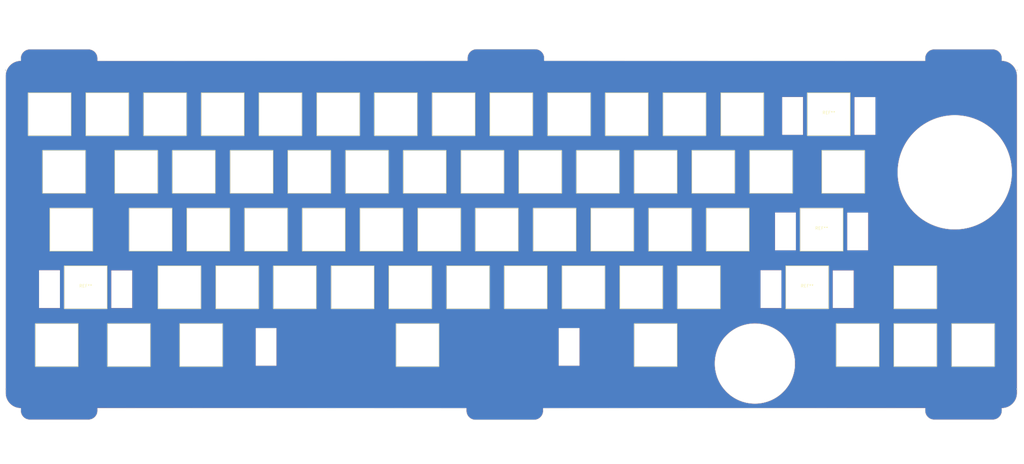
<source format=kicad_pcb>
(kicad_pcb (version 20221018) (generator pcbnew)
  (layers (0 "F.Cu" signal) (31 "B.Cu" signal) (34 "B.Paste" user) (35 "F.Paste" user) (36 "B.SilkS" user "B.Silkscreen") (37 "F.SilkS" user "F.Silkscreen") (38 "B.Mask" user) (39 "F.Mask" user) (44 "Edge.Cuts" user))
  (net 0 "")
  (footprint "personal:nothing" (layer "F.Cu") (at 438.945968 174.030227 90)
    (fp_text reference "D_BSLSH" hide)
    (fp_text value "D" hide)
  )
  (footprint "Switch_Keyboard_Hotswap_Kailh:SW_Kailh_MX_top plate" (layer "F.Cu") (at 233.658468 192.580227)
    (fp_text reference "K_D" hide)
    (fp_text value "KEYSW" hide)
    (fp_rect (start -6.97 -6.97) (end 6.98 6.98) (stroke (width 0.05)) (fill none) (layer "Edge.Cuts"))
  )
  (footprint "Switch_Keyboard_Hotswap_Kailh:SW_Kailh_MX_top plate" (layer "F.Cu") (at 386.058468 192.580227)
    (fp_text reference "K_QUOTE" hide)
    (fp_text value "KEYSW" hide)
    (fp_rect (start -6.97 -6.97) (end 6.98 6.98) (stroke (width 0.05)) (fill none) (layer "Edge.Cuts"))
  )
  (footprint "Switch_Keyboard_Hotswap_Kailh:SW_Kailh_MX_top plate" (layer "F.Cu") (at 424.158468 173.530227)
    (fp_text reference "K_BSLSH" hide)
    (fp_text value "KEYSW" hide)
    (fp_rect (start -6.97 -6.97) (end 6.98 6.98) (stroke (width 0.05)) (fill none) (layer "Edge.Cuts"))
  )
  (footprint "personal:nothing" (layer "F.Cu") (at 300.833468 193.080227 90)
    (fp_text reference "D_H" hide)
    (fp_text value "D" hide)
  )
  (footprint "Switch_Keyboard_Hotswap_Kailh:SW_Kailh_MX_top plate" (layer "F.Cu") (at 419.395968 154.480227)
    (fp_text reference "K_BACKSPACE" hide)
    (fp_text value "KEYSW" hide)
    (fp_rect (start -6.97 -6.97) (end 6.98 6.98) (stroke (width 0.05)) (fill none) (layer "Edge.Cuts"))
  )
  (footprint "personal:nothing" (layer "F.Cu") (at 391.320968 174.030227 90)
    (fp_text reference "D_CBRAC" hide)
    (fp_text value "D" hide)
  )
  (footprint "Switch_Keyboard_Hotswap_Kailh:SW_Kailh_MX_top plate" (layer "F.Cu") (at 367.008468 192.580227)
    (fp_text reference "K_SEMIC" hide)
    (fp_text value "KEYSW" hide)
    (fp_rect (start -6.97 -6.97) (end 6.98 6.98) (stroke (width 0.05)) (fill none) (layer "Edge.Cuts"))
  )
  (footprint "Switch_Keyboard_Hotswap_Kailh:SW_Kailh_MX_top plate" (layer "F.Cu") (at 390.820968 154.480227)
    (fp_text reference "K_EQUAL" hide)
    (fp_text value "KEYSW" hide)
    (fp_rect (start -6.97 -6.97) (end 6.98 6.98) (stroke (width 0.05)) (fill none) (layer "Edge.Cuts"))
  )
  (footprint "personal:nothing" (layer "F.Cu") (at 238.920968 174.030227 90)
    (fp_text reference "D_E" hide)
    (fp_text value "D" hide)
  )
  (footprint "personal:nothing" (layer "F.Cu") (at 334.170968 174.030227 90)
    (fp_text reference "D_I" hide)
    (fp_text value "D" hide)
  )
  (footprint "personal:nothing" (layer "F.Cu") (at 315.120968 174.030227 90)
    (fp_text reference "D_U" hide)
    (fp_text value "D" hide)
  )
  (footprint "Switch_Keyboard_Hotswap_Kailh:SW_Kailh_MX_top plate" (layer "F.Cu") (at 243.183468 211.630227)
    (fp_text reference "K_C" hide)
    (fp_text value "KEYSW" hide)
    (fp_rect (start -6.97 -6.97) (end 6.98 6.98) (stroke (width 0.05)) (fill none) (layer "Edge.Cuts"))
  )
  (footprint "personal:nothing" (layer "F.Cu") (at 196.058468 212.130227 90)
    (fp_text reference "D_SHIFT" hide)
    (fp_text value "D" hide)
  )
  (footprint "personal:nothing" (layer "F.Cu") (at 257.970968 174.030227 90)
    (fp_text reference "D_R" hide)
    (fp_text value "D" hide)
  )
  (footprint "Switch_Keyboard_Hotswap_Kailh:SW_Kailh_MX_top plate" (layer "F.Cu") (at 181.270968 154.480227)
    (fp_text reference "K_1" hide)
    (fp_text value "KEYSW" hide)
    (fp_rect (start -6.97 -6.97) (end 6.98 6.98) (stroke (width 0.05)) (fill none) (layer "Edge.Cuts"))
  )
  (footprint "Switch_Keyboard_Hotswap_Kailh:SW_Kailh_MX_top plate" (layer "F.Cu") (at 190.795968 173.530227)
    (fp_text reference "K_Q" hide)
    (fp_text value "KEYSW" hide)
    (fp_rect (start -6.97 -6.97) (end 6.98 6.98) (stroke (width 0.05)) (fill none) (layer "Edge.Cuts"))
  )
  (footprint "personal:nothing" (layer "F.Cu") (at 324.645968 154.980227 90)
    (fp_text reference "D_8" hide)
    (fp_text value "D" hide)
  )
  (footprint "Switch_Keyboard_Hotswap_Kailh:SW_Kailh_MX_top plate" (layer "F.Cu") (at 166.983468 173.530227)
    (fp_text reference "K_TAB" hide)
    (fp_text value "KEYSW" hide)
    (fp_rect (start -6.97 -6.97) (end 6.98 6.98) (stroke (width 0.05)) (fill none) (layer "Edge.Cuts"))
  )
  (footprint "Switch_Keyboard_Hotswap_Kailh:SW_Kailh_MX_top plate" (layer "F.Cu") (at 371.770968 154.480227)
    (fp_text reference "K_MINUS" hide)
    (fp_text value "KEYSW" hide)
    (fp_rect (start -6.97 -6.97) (end 6.98 6.98) (stroke (width 0.05)) (fill none) (layer "Edge.Cuts"))
  )
  (footprint "personal:nothing" (layer "F.Cu") (at 305.595968 154.980227 90)
    (fp_text reference "D_7" hide)
    (fp_text value "D" hide)
  )
  (footprint "Switch_Keyboard_Hotswap_Kailh:SW_Kailh_MX_top plate" (layer "F.Cu") (at 257.470968 154.480227)
    (fp_text reference "K_5" hide)
    (fp_text value "KEYSW" hide)
    (fp_rect (start -6.97 -6.97) (end 6.98 6.98) (stroke (width 0.05)) (fill none) (layer "Edge.Cuts"))
  )
  (footprint "Switch_Keyboard_Hotswap_Kailh:SW_Kailh_MX_top plate" (layer "F.Cu") (at 283.664718 230.680227)
    (fp_text reference "K_SPACE1" hide)
    (fp_text value "KEYSW" hide)
    (fp_rect (start -6.97 -6.97) (end 6.98 6.98) (stroke (width 0.05)) (fill none) (layer "Edge.Cuts"))
  )
  (footprint "personal:nothing" (layer "F.Cu") (at 343.695968 154.980227 90)
    (fp_text reference "D_9" hide)
    (fp_text value "D" hide)
  )
  (footprint "personal:nothing" (layer "F.Cu") (at 277.020968 174.030227 90)
    (fp_text reference "D_T" hide)
    (fp_text value "D" hide)
  )
  (footprint "Switch_Keyboard_Hotswap_Kailh:SW_Kailh_MX_top plate" (layer "F.Cu") (at 376.533468 211.630227)
    (fp_text reference "K_SLASH" hide)
    (fp_text value "KEYSW" hide)
    (fp_rect (start -6.97 -6.97) (end 6.98 6.98) (stroke (width 0.05)) (fill none) (layer "Edge.Cuts"))
  )
  (footprint "personal:nothing" (layer "F.Cu") (at 400.845968 154.980227 90)
    (fp_text reference "D_EQUAL" hide)
    (fp_text value "D" hide)
  )
  (footprint "Switch_Keyboard_Hotswap_Kailh:SW_Kailh_MX_top plate" (layer "F.Cu") (at 238.420968 154.480227)
    (fp_text reference "K_4" hide)
    (fp_text value "KEYSW" hide)
    (fp_rect (start -6.97 -6.97) (end 6.98 6.98) (stroke (width 0.05)) (fill none) (layer "Edge.Cuts"))
  )
  (footprint "Switch_Keyboard_Hotswap_Kailh:SW_Kailh_MX_top plate" (layer "F.Cu") (at 200.320968 154.480227)
    (fp_text reference "K_2" hide)
    (fp_text value "KEYSW" hide)
    (fp_rect (start -6.97 -6.97) (end 6.98 6.98) (stroke (width 0.05)) (fill none) (layer "Edge.Cuts"))
  )
  (footprint "personal:nothing" (layer "F.Cu") (at 186.533468 193.080227 90)
    (fp_text reference "D_CAPS" hide)
    (fp_text value "D" hide)
  )
  (footprint "Switch_Keyboard_Hotswap_Kailh:SW_Kailh_MX_top plate" (layer "F.Cu") (at 412.252218 211.630227)
    (fp_text reference "K_SHIFT1" hide)
    (fp_text value "KEYSW" hide)
    (fp_rect (start -6.97 -6.97) (end 6.98 6.98) (stroke (width 0.05)) (fill none) (layer "Edge.Cuts"))
  )
  (footprint "personal:nothing" (layer "F.Cu") (at 310.358468 212.130227 90)
    (fp_text reference "D_N" hide)
    (fp_text value "D" hide)
  )
  (footprint "personal:nothing" (layer "F.Cu") (at 286.545968 154.980227 90)
    (fp_text reference "D_6" hide)
    (fp_text value "D" hide)
  )
  (footprint "Switch_Keyboard_Hotswap_Kailh:SW_Kailh_MX_top plate" (layer "F.Cu") (at 228.895968 173.530227)
    (fp_text reference "K_E" hide)
    (fp_text value "KEYSW" hide)
    (fp_rect (start -6.97 -6.97) (end 6.98 6.98) (stroke (width 0.05)) (fill none) (layer "Edge.Cuts"))
  )
  (footprint "Mounting_Keyboard_Stabilizer:top plate stab" (layer "F.Cu") (at 412.252218 211.630227)
    (fp_text reference "REF**" (at 0.013 -0.44 unlocked) (layer "F.SilkS") (effects (font (thickness 0.1))))
    (fp_text value "top plate stab")
    (fp_rect (start -15.31 -5.56) (end -8.57 6.78) (stroke (width 0.05)) (fill none) (layer "Edge.Cuts"))
    (fp_rect (start 8.53 -5.52) (end 15.3 6.78) (stroke (width 0.05)) (fill none) (layer "Edge.Cuts"))
  )
  (footprint "Switch_Keyboard_Hotswap_Kailh:SW_Kailh_MX_top plate" (layer "F.Cu") (at 188.414718 230.680227)
    (fp_text reference "K_WIN" hide)
    (fp_text value "KEYSW" hide)
    (fp_rect (start -6.97 -6.97) (end 6.98 6.98) (stroke (width 0.05)) (fill none) (layer "Edge.Cuts"))
  )
  (footprint "Mounting_Keyboard_Stabilizer:top plate stab" (layer "F.Cu") (at 419.406536 154.441245)
    (fp_text reference "REF**" (at 0.013 -0.44 unlocked) (layer "F.SilkS") (effects (font (thickness 0.1))))
    (fp_text value "top plate stab")
    (fp_rect (start -15.31 -5.56) (end -8.57 6.78) (stroke (width 0.05)) (fill none) (layer "Edge.Cuts"))
    (fp_rect (start 8.53 -5.52) (end 15.3 6.78) (stroke (width 0.05)) (fill none) (layer "Edge.Cuts"))
  )
  (footprint "personal:nothing" (layer "F.Cu") (at 219.870968 174.030227 90)
    (fp_text reference "D_W" hide)
    (fp_text value "D" hide)
  )
  (footprint "personal:nothing" (layer "F.Cu") (at 372.270968 231.180227 90)
    (fp_text reference "D_SPACE2" hide)
    (fp_text value "D" hide)
  )
  (footprint "Switch_Keyboard_Hotswap_Kailh:SW_Kailh_MX_top plate" (layer "F.Cu") (at 428.920968 230.680227)
    (fp_text reference "K_SPACE3" hide)
    (fp_text value "KEYSW" hide)
    (fp_rect (start -6.97 -6.97) (end 6.98 6.98) (stroke (width 0.05)) (fill none) (layer "Edge.Cuts"))
  )
  (footprint "Switch_Keyboard_Hotswap_Kailh:SW_Kailh_MX_top plate" (layer "F.Cu") (at 338.433468 211.630227)
    (fp_text reference "K_COMMA" hide)
    (fp_text value "KEYSW" hide)
    (fp_rect (start -6.97 -6.97) (end 6.98 6.98) (stroke (width 0.05)) (fill none) (layer "Edge.Cuts"))
  )
  (footprint "Switch_Keyboard_Hotswap_Kailh:SW_Kailh_MX_top plate" (layer "F.Cu") (at 164.602218 230.680227)
    (fp_text reference "K_CTRL" hide)
    (fp_text value "KEYSW" hide)
    (fp_rect (start -6.97 -6.97) (end 6.98 6.98) (stroke (width 0.05)) (fill none) (layer "Edge.Cuts"))
  )
  (footprint "Switch_Keyboard_Hotswap_Kailh:SW_Kailh_MX_top plate" (layer "F.Cu") (at 247.945968 173.530227)
    (fp_text reference "K_R" hide)
    (fp_text value "KEYSW" hide)
    (fp_rect (start -6.97 -6.97) (end 6.98 6.98) (stroke (width 0.05)) (fill none) (layer "Edge.Cuts"))
  )
  (footprint "Switch_Keyboard_Hotswap_Kailh:SW_Kailh_MX_top plate" (layer "F.Cu") (at 209.845968 173.530227)
    (fp_text reference "K_W" hide)
    (fp_text value "KEYSW" hide)
    (fp_rect (start -6.97 -6.97) (end 6.98 6.98) (stroke (width 0.05)) (fill none) (layer "Edge.Cuts"))
  )
  (footprint "personal:nothing" (layer "F.Cu") (at 200.820968 231.180227 90)
    (fp_text reference "D_WIN" hide)
    (fp_text value "D" hide)
  )
  (footprint "personal:nothing" (layer "F.Cu") (at 329.408468 212.130227 90)
    (fp_text reference "D_M" hide)
    (fp_text value "D" hide)
  )
  (footprint "Switch_Keyboard_Hotswap_Kailh:SW_Kailh_MX_top plate" (layer "F.Cu") (at 467.020968 230.680227)
    (fp_text reference "K_SPACE5" hide)
    (fp_text value "KEYSW" hide)
    (fp_rect (start -6.97 -6.97) (end 6.98 6.98) (stroke (width 0.05)) (fill none) (layer "Edge.Cuts"))
  )
  (footprint "Switch_Keyboard_Hotswap_Kailh:SW_Kailh_MX_top plate" (layer "F.Cu") (at 205.083468 211.630227)
    (fp_text reference "K_Z" hide)
    (fp_text value "KEYSW" hide)
    (fp_rect (start -6.97 -6.97) (end 6.98 6.98) (stroke (width 0.05)) (fill none) (layer "Edge.Cuts"))
  )
  (footprint "Switch_Keyboard_Hotswap_Kailh:SW_Kailh_MX_top plate" (layer "F.Cu") (at 447.970968 211.630227)
    (fp_text reference "K_SPACE" hide)
    (fp_text value "KEYSW" hide)
    (fp_rect (start -6.97 -6.97) (end 6.98 6.98) (stroke (width 0.05)) (fill none) (layer "Edge.Cuts"))
  )
  (footprint "Switch_Keyboard_Hotswap_Kailh:SW_Kailh_MX_top plate" (layer "F.Cu") (at 262.233468 211.630227)
    (fp_text reference "K_V" hide)
    (fp_text value "KEYSW" hide)
    (fp_rect (start -6.97 -6.97) (end 6.98 6.98) (stroke (width 0.05)) (fill none) (layer "Edge.Cuts"))
  )
  (footprint "Switch_Keyboard_Hotswap_Kailh:SW_Kailh_MX_top plate" (layer "F.Cu") (at 271.758468 192.580227)
    (fp_text reference "K_G" hide)
    (fp_text value "KEYSW" hide)
    (fp_rect (start -6.97 -6.97) (end 6.98 6.98) (stroke (width 0.05)) (fill none) (layer "Edge.Cuts"))
  )
  (footprint "personal:nothing" (layer "F.Cu") (at 386.558468 212.130227 90)
    (fp_text reference "D_SLASH" hide)
    (fp_text value "D" hide)
  )
  (footprint "personal:nothing" (layer "F.Cu") (at 243.683468 193.080227 90)
    (fp_text reference "D_D" hide)
    (fp_text value "D" hide)
  )
  (footprint "Switch_Keyboard_Hotswap_Kailh:SW_Kailh_MX_top plate" (layer "F.Cu") (at 290.808468 192.580227)
    (fp_text reference "K_H" hide)
    (fp_text value "KEYSW" hide)
    (fp_rect (start -6.97 -6.97) (end 6.98 6.98) (stroke (width 0.05)) (fill none) (layer "Edge.Cuts"))
  )
  (footprint "personal:nothing" (layer "F.Cu") (at 210.345968 154.980227 90)
    (fp_text reference "D_2" hide)
    (fp_text value "D" hide)
  )
  (footprint "Switch_Keyboard_Hotswap_Kailh:SW_Kailh_MX_top plate" (layer "F.Cu") (at 219.370968 154.480227)
    (fp_text reference "K_3" hide)
    (fp_text value "KEYSW" hide)
    (fp_rect (start -6.97 -6.97) (end 6.98 6.98) (stroke (width 0.05)) (fill none) (layer "Edge.Cuts"))
  )
  (footprint "personal:nothing" (layer "F.Cu") (at 177.008468 231.180227 90)
    (fp_text reference "D_CTRL" hide)
    (fp_text value "D" hide)
  )
  (footprint "personal:nothing" (layer "F.Cu") (at 438.945968 154.980227 90)
    (fp_text reference "D_BACKSPACE" hide)
    (fp_text value "D" hide)
  )
  (footprint "Switch_Keyboard_Hotswap_Kailh:SW_Kailh_MX_top plate" (layer "F.Cu") (at 328.908468 192.580227)
    (fp_text reference "K_K" hide)
    (fp_text value "KEYSW" hide)
    (fp_rect (start -6.97 -6.97) (end 6.98 6.98) (stroke (width 0.05)) (fill none) (layer "Edge.Cuts"))
  )
  (footprint "personal:nothing" (layer "F.Cu") (at 248.445968 154.980227 90)
    (fp_text reference "D_4" hide)
    (fp_text value "D" hide)
  )
  (footprint "personal:nothing" (layer "F.Cu") (at 296.070968 174.030227 90)
    (fp_text reference "D_Y" hide)
    (fp_text value "D" hide)
  )
  (footprint "personal:nothing" (layer "F.Cu") (at 253.208468 212.130227 90)
    (fp_text reference "D_C" hide)
    (fp_text value "D" hide)
  )
  (footprint "personal:nothing" (layer "F.Cu") (at 343.695968 231.180227 90)
    (fp_text reference "D_SPACE1" hide)
    (fp_text value "D" hide)
  )
  (footprint "Switch_Keyboard_Hotswap_Kailh:SW_Kailh_MX_top plate" (layer "F.Cu") (at 305.095968 173.530227)
    (fp_text reference "K_U" hide)
    (fp_text value "KEYSW" hide)
    (fp_rect (start -6.97 -6.97) (end 6.98 6.98) (stroke (width 0.05)) (fill none) (layer "Edge.Cuts"))
  )
  (footprint "Switch_Keyboard_Hotswap_Kailh:SW_Kailh_MX_top plate" (layer "F.Cu") (at 381.295968 173.530227)
    (fp_text reference "K_CBRAC" hide)
    (fp_text value "KEYSW" hide)
    (fp_rect (start -6.97 -6.97) (end 6.98 6.98) (stroke (width 0.05)) (fill none) (layer "Edge.Cuts"))
  )
  (footprint "personal:nothing" (layer "F.Cu") (at 205.583468 193.080227 90)
    (fp_text reference "D_A" hide)
    (fp_text value "D" hide)
  )
  (footprint "Switch_Keyboard_Hotswap_Kailh:SW_Kailh_MX_top plate" (layer "F.Cu") (at 324.145968 173.530227)
    (fp_text reference "K_I" hide)
    (fp_text value "KEYSW" hide)
    (fp_rect (start -6.97 -6.97) (end 6.98 6.98) (stroke (width 0.05)) (fill none) (layer "Edge.Cuts"))
  )
  (footprint "personal:nothing" (layer "F.Cu") (at 377.033468 193.080227 90)
    (fp_text reference "D_SEMIC" hide)
    (fp_text value "D" hide)
  )
  (footprint "Switch_Keyboard_Hotswap_Kailh:SW_Kailh_MX_top plate" (layer "F.Cu") (at 295.570968 154.480227)
    (fp_text reference "K_7" hide)
    (fp_text value "KEYSW" hide)
    (fp_rect (start -6.97 -6.97) (end 6.98 6.98) (stroke (width 0.05)) (fill none) (layer "Edge.Cuts"))
  )
  (footprint "Switch_Keyboard_Hotswap_Kailh:SW_Kailh_MX_top plate" (layer "F.Cu") (at 309.858468 192.580227)
    (fp_text reference "K_J" hide)
    (fp_text value "KEYSW" hide)
    (fp_rect (start -6.97 -6.97) (end 6.98 6.98) (stroke (width 0.05)) (fill none) (layer "Edge.Cuts"))
  )
  (footprint "personal:nothing" (layer "F.Cu") (at 367.508468 212.130227 90)
    (fp_text reference "D_DOT" hide)
    (fp_text value "D" hide)
  )
  (footprint "Switch_Keyboard_Hotswap_Kailh:SW_Kailh_MX_top plate" (layer "F.Cu") (at 252.708468 192.580227)
    (fp_text reference "K_F" hide)
    (fp_text value "KEYSW" hide)
    (fp_rect (start -6.97 -6.97) (end 6.98 6.98) (stroke (width 0.05)) (fill none) (layer "Edge.Cuts"))
  )
  (footprint "personal:nothing" (layer "F.Cu") (at 291.308468 212.130227 90)
    (fp_text reference "D_B" hide)
    (fp_text value "D" hide)
  )
  (footprint "personal:nothing" (layer "F.Cu") (at 362.745968 154.980227 90)
    (fp_text reference "D_0" hide)
    (fp_text value "D" hide)
  )
  (footprint "personal:nothing" (layer "F.Cu") (at 319.883468 193.080227 90)
    (fp_text reference "D_J" hide)
    (fp_text value "D" hide)
  )
  (footprint "personal:nothing" (layer "F.Cu") (at 262.733468 193.080227 90)
    (fp_text reference "D_F" hide)
    (fp_text value "D" hide)
  )
  (footprint "Switch_Keyboard_Hotswap_Kailh:SW_Kailh_MX_top plate" (layer "F.Cu") (at 319.383468 211.630227)
    (fp_text reference "K_M" hide)
    (fp_text value "KEYSW" hide)
    (fp_rect (start -6.97 -6.97) (end 6.98 6.98) (stroke (width 0.05)) (fill none) (layer "Edge.Cuts"))
  )
  (footprint "personal:nothing" (layer "F.Cu") (at 267.495968 154.980227 90)
    (fp_text reference "D_5" hide)
    (fp_text value "D" hide)
  )
  (footprint "personal:nothing" (layer "F.Cu") (at 224.633468 231.180227 90)
    (fp_text reference "D_ALT" hide)
    (fp_text value "D" hide)
  )
  (footprint "personal:nothing" (layer "F.Cu") (at 477.045968 231.180227 90)
    (fp_text reference "D_SPACE5" hide)
    (fp_text value "D" hide)
  )
  (footprint "Switch_Keyboard_Hotswap_Kailh:SW_Kailh_MX_top plate" (layer "F.Cu") (at 447.970968 230.680227)
    (fp_text reference "K_SPACE4" hide)
    (fp_text value "KEYSW" hide)
    (fp_rect (start -6.97 -6.97) (end 6.98 6.98) (stroke (width 0.05)) (fill none) (layer "Edge.Cuts"))
  )
  (footprint "personal:nothing" (layer "F.Cu") (at 224.633468 193.080227 90)
    (fp_text reference "D_S" hide)
    (fp_text value "D" hide)
  )
  (footprint "personal:nothing" (layer "F.Cu") (at 172.245968 154.980227 90)
    (fp_text reference "D_`" hide)
    (fp_text value "D" hide)
  )
  (footprint "Switch_Keyboard_Hotswap_Kailh:SW_Kailh_MX_top plate" (layer "F.Cu") (at 174.127218 211.630227)
    (fp_text reference "K_SHIFT" hide)
    (fp_text value "KEYSW" hide)
    (fp_rect (start -6.97 -6.97) (end 6.98 6.98) (stroke (width 0.05)) (fill none) (layer "Edge.Cuts"))
  )
  (footprint "Switch_Keyboard_Hotswap_Kailh:SW_Kailh_MX_top plate" (layer "F.Cu") (at 352.720968 154.480227)
    (fp_text reference "K_0" hide)
    (fp_text value "KEYSW" hide)
    (fp_rect (start -6.97 -6.97) (end 6.98 6.98) (stroke (width 0.05)) (fill none) (layer "Edge.Cuts"))
  )
  (footprint "Switch_Keyboard_Hotswap_Kailh:SW_Kailh_MX_top plate" (layer "F.Cu") (at 357.483468 211.630227)
    (fp_text reference "K_DOT" hide)
    (fp_text value "KEYSW" hide)
    (fp_rect (start -6.97 -6.97) (end 6.98 6.98) (stroke (width 0.05)) (fill none) (layer "Edge.Cuts"))
  )
  (footprint "personal:nothing" (layer "F.Cu") (at 215.108468 212.130227 90)
    (fp_text reference "D_Z" hide)
    (fp_text value "D" hide)
  )
  (footprint "Switch_Keyboard_Hotswap_Kailh:SW_Kailh_MX_top plate" (layer "F.Cu") (at 333.670968 154.480227)
    (fp_text reference "K_9" hide)
    (fp_text value "KEYSW" hide)
    (fp_rect (start -6.97 -6.97) (end 6.98 6.98) (stroke (width 0.05)) (fill none) (layer "Edge.Cuts"))
  )
  (footprint "personal:nothing" (layer "F.Cu") (at 457.995968 212.130227 90)
    (fp_text reference "D_SPACE" hide)
    (fp_text value "D" hide)
  )
  (footprint "personal:nothing" (layer "F.Cu") (at 338.933468 193.080227 90)
    (fp_text reference "D_K" hide)
    (fp_text value "D" hide)
  )
  (footprint "personal:nothing" (layer "F.Cu") (at 272.258468 212.130227 90)
    (fp_text reference "D_V" hide)
    (fp_text value "D" hide)
  )
  (footprint "personal:nothing" (layer "F.Cu") (at 372.270968 174.030227 90)
    (fp_text reference "D_P" hide)
    (fp_text value "D" hide)
  )
  (footprint "personal:nothing" (layer "F.Cu") (at 191.295968 154.980227 90)
    (fp_text reference "D_1" hide)
    (fp_text value "D" hide)
  )
  (footprint "Switch_Keyboard_Hotswap_Kailh:SW_Kailh_MX_top plate" (layer "F.Cu") (at 417.014718 192.580227)
    (fp_text reference "K_ENTER" hide)
    (fp_text value "KEYSW" hide)
    (fp_rect (start -6.97 -6.97) (end 6.98 6.98) (stroke (width 0.05)) (fill none) (layer "Edge.Cuts"))
  )
  (footprint "Switch_Keyboard_Hotswap_Kailh:SW_Kailh_MX_top plate" (layer "F.Cu") (at 224.133468 211.630227)
    (fp_text reference "K_X" hide)
    (fp_text value "KEYSW" hide)
    (fp_rect (start -6.97 -6.97) (end 6.98 6.98) (stroke (width 0.05)) (fill none) (layer "Edge.Cuts"))
  )
  (footprint "Switch_Keyboard_Hotswap_Kailh:SW_Kailh_MX_top plate" (layer "F.Cu") (at 362.245968 230.680227)
    (fp_text reference "K_SPACE2" hide)
    (fp_text value "KEYSW" hide)
    (fp_rect (start -6.97 -6.97) (end 6.98 6.98) (stroke (width 0.05)) (fill none) (layer "Edge.Cuts"))
  )
  (footprint "Switch_Keyboard_Hotswap_Kailh:SW_Kailh_MX_top plate" (layer "F.Cu") (at 314.620968 154.480227)
    (fp_text reference "K_8" hide)
    (fp_text value "KEYSW" hide)
    (fp_rect (start -6.97 -6.97) (end 6.98 6.98) (stroke (width 0.05)) (fill none) (layer "Edge.Cuts"))
  )
  (footprint "personal:nothing" (layer "F.Cu") (at 410.370968 174.030227 90)
    (fp_text reference "D_OBRAC" hide)
    (fp_text value "D" hide)
  )
  (footprint "Switch_Keyboard_Hotswap_Kailh:SW_Kailh_MX_top plate" (layer "F.Cu") (at 169.364718 192.580227)
    (fp_text reference "K_CAPS" hide)
    (fp_text value "KEYSW" hide)
    (fp_rect (start -6.97 -6.97) (end 6.98 6.98) (stroke (width 0.05)) (fill none) (layer "Edge.Cuts"))
  )
  (footprint "Switch_Keyboard_Hotswap_Kailh:SW_Kailh_MX_top plate" (layer "F.Cu") (at 195.558468 192.580227)
    (fp_text reference "K_A" hide)
    (fp_text value "KEYSW" hide)
    (fp_rect (start -6.97 -6.97) (end 6.98 6.98) (stroke (width 0.05)) (fill none) (layer "Edge.Cuts"))
  )
  (footprint "Switch_Keyboard_Hotswap_Kailh:SW_Kailh_MX_top plate" (layer "F.Cu") (at 162.220968 154.480227)
    (fp_text reference "K_`" hide)
    (fp_text value "KEYSW" hide)
    (fp_rect (start -6.97 -6.97) (end 6.98 6.98) (stroke (width 0.05)) (fill none) (layer "Edge.Cuts"))
  )
  (footprint "personal:nothing" (layer "F.Cu") (at 353.220968 174.030227 90)
    (fp_text reference "D_O" hide)
    (fp_text value "D" hide)
  )
  (footprint "personal:nothing" (layer "F.Cu") (at 438.945968 193.080227 90)
    (fp_text reference "D_ENTER" hide)
    (fp_text value "D" hide)
  )
  (footprint "Switch_Keyboard_Hotswap_Kailh:SW_Kailh_MX_top plate" (layer "F.Cu") (at 266.995968 173.530227)
    (fp_text reference "K_T" hide)
    (fp_text value "KEYSW" hide)
    (fp_rect (start -6.97 -6.97) (end 6.98 6.98) (stroke (width 0.05)) (fill none) (layer "Edge.Cuts"))
  )
  (footprint "Switch_Keyboard_Hotswap_Kailh:SW_Kailh_MX_top plate" (layer "F.Cu") (at 286.045968 173.530227)
    (fp_text reference "K_Y" hide)
    (fp_text value "KEYSW" hide)
    (fp_rect (start -6.97 -6.97) (end 6.98 6.98) (stroke (width 0.05)) (fill none) (layer "Edge.Cuts"))
  )
  (footprint "personal:nothing" (layer "F.Cu") (at 438.945968 212.130227 90)
    (fp_text reference "D_SHIFT1" hide)
    (fp_text value "D" hide)
  )
  (footprint "Switch_Keyboard_Hotswap_Kailh:SW_Kailh_MX_top plate" (layer "F.Cu") (at 212.227218 230.680227)
    (fp_text reference "K_ALT" hide)
    (fp_text value "KEYSW" hide)
    (fp_rect (start -6.97 -6.97) (end 6.98 6.98) (stroke (width 0.05)) (fill none) (layer "Edge.Cuts"))
  )
  (footprint "personal:nothing" (layer "F.Cu") (at 181.770968 174.030227 90)
    (fp_text reference "D_TAB" hide)
    (fp_text value "D" hide)
  )
  (footprint "Switch_Keyboard_Hotswap_Kailh:SW_Kailh_MX_top plate" (layer "F.Cu") (at 343.195968 173.530227)
    (fp_text reference "K_O" hide)
    (fp_text value "KEYSW" hide)
    (fp_rect (start -6.97 -6.97) (end 6.98 6.98) (stroke (width 0.05)) (fill none) (layer "Edge.Cuts"))
  )
  (footprint "personal:nothing" (layer "F.Cu") (at 200.820968 174.030227 90)
    (fp_text reference "D_Q" hide)
    (fp_text value "D" hide)
  )
  (footprint "personal:nothing" (layer "F.Cu") (at 396.083468 193.080227 90)
    (fp_text reference "D_QUOTE" hide)
    (fp_text value "D" hide)
  )
  (footprint "Switch_Keyboard_Hotswap_Kailh:SW_Kailh_MX_top plate" (layer "F.Cu") (at 362.245968 173.530227)
    (fp_text reference "K_P" hide)
    (fp_text value "KEYSW" hide)
    (fp_rect (start -6.97 -6.97) (end 6.98 6.98) (stroke (width 0.05)) (fill none) (layer "Edge.Cuts"))
  )
  (footprint "personal:nothing" (layer "F.Cu") (at 357.983468 193.080227 90)
    (fp_text reference "D_L" hide)
    (fp_text value "D" hide)
  )
  (footprint "Switch_Keyboard_Hotswap_Kailh:SW_Kailh_MX_top plate" (layer "F.Cu") (at 300.333468 211.630227)
    (fp_text reference "K_N" hide)
    (fp_text value "KEYSW" hide)
    (fp_rect (start -6.97 -6.97) (end 6.98 6.98) (stroke (width 0.05)) (fill none) (layer "Edge.Cuts"))
  )
  (footprint "Mounting_Keyboard_Stabilizer:top plate stab" (layer "F.Cu") (at 174.127218 211.630227)
    (fp_text reference "REF**" (at 0.013 -0.44 unlocked) (layer "F.SilkS") (effects (font (thickness 0.1))))
    (fp_text value "top plate stab")
    (fp_rect (start -15.31 -5.56) (end -8.57 6.78) (stroke (width 0.05)) (fill none) (layer "Edge.Cuts"))
    (fp_rect (start 8.53 -5.52) (end 15.3 6.78) (stroke (width 0.05)) (fill none) (layer "Edge.Cuts"))
  )
  (footprint "personal:nothing" (layer "F.Cu") (at 348.458468 212.130227 90)
    (fp_text reference "D_COMMA" hide)
    (fp_text value "D" hide)
  )
  (footprint "personal:nothing" (layer "F.Cu") (at 438.945968 231.180227 90)
    (fp_text reference "D_SPACE3" hide)
    (fp_text value "D" hide)
  )
  (footprint "personal:nothing" (layer "F.Cu") (at 457.995968 231.180227 90)
    (fp_text reference "D_SPACE4" hide)
    (fp_text value "D" hide)
  )
  (footprint "Switch_Keyboard_Hotswap_Kailh:SW_Kailh_MX_top plate" (layer "F.Cu") (at 347.958468 192.580227)
    (fp_text reference "K_L" hide)
    (fp_text value "KEYSW" hide)
    (fp_rect (start -6.97 -6.97) (end 6.98 6.98) (stroke (width 0.05)) (fill none) (layer "Edge.Cuts"))
  )
  (footprint "personal:nothing" (layer "F.Cu") (at 381.795968 154.980227 90)
    (fp_text reference "D_MINUS" hide)
    (fp_text value "D" hide)
  )
  (footprint "Switch_Keyboard_Hotswap_Kailh:SW_Kailh_MX_top plate" (layer "F.Cu") (at 400.345968 173.530227)
    (fp_text reference "K_OBRAC" hide)
    (fp_text value "KEYSW" hide)
    (fp_rect (start -6.97 -6.97) (end 6.98 6.98) (stroke (width 0.05)) (fill none) (layer "Edge.Cuts"))
  )
  (footprint "personal:nothing" (layer "F.Cu") (at 234.158468 212.130227 90)
    (fp_text reference "D_X" hide)
    (fp_text value "D" hide)
  )
  (footprint "Switch_Keyboard_Hotswap_Kailh:SW_Kailh_MX_top plate" (layer "F.Cu") (at 214.608468 192.580227)
    (fp_text reference "K_S" hide)
    (fp_text value "KEYSW" hide)
    (fp_rect (start -6.97 -6.97) (end 6.98 6.98) (stroke (width 0.05)) (fill none) (layer "Edge.Cuts"))
  )
  (footprint "personal:nothing" (layer "F.Cu") (at 281.783468 193.080227 90)
    (fp_text reference "D_G" hide)
    (fp_text value "D" hide)
  )
  (footprint "personal:nothing" (layer "F.Cu") (at 229.395968 154.980227 90)
    (fp_text reference "D_3" hide)
    (fp_text value "D" hide)
  )
  (footprint "Switch_Keyboard_Hotswap_Kailh:SW_Kailh_MX_top plate" (layer "F.Cu") (at 276.520968 154.480227)
    (fp_text reference "K_6" hide)
    (fp_text value "KEYSW" hide)
    (fp_rect (start -6.97 -6.97) (end 6.98 6.98) (stroke (width 0.05)) (fill none) (layer "Edge.Cuts"))
  )
  (footprint "Switch_Keyboard_Hotswap_Kailh:SW_Kailh_MX_top plate" (layer "F.Cu") (at 281.283468 211.630227)
    (fp_text reference "K_B" hide)
    (fp_text value "KEYSW" hide)
    (fp_rect (start -6.97 -6.97) (end 6.98 6.98) (stroke (width 0.05)) (fill none) (layer "Edge.Cuts"))
  )
  (footprint "Mounting_Keyboard_Stabilizer:top plate stab" (layer "F.Cu") (at 417.030439 192.569951)
    (fp_text reference "REF**" (at 0.013 -0.44 unlocked) (layer "F.SilkS") (effects (font (thickness 0.1))))
    (fp_text value "top plate stab")
    (fp_rect (start -15.31 -5.56) (end -8.57 6.78) (stroke (width 0.05)) (fill none) (layer "Edge.Cuts"))
    (fp_rect (start 8.53 -5.52) (end 15.3 6.78) (stroke (width 0.05)) (fill none) (layer "Edge.Cuts"))
  )
  (footprint "personal:nothing" (layer "B.Cu") (at 174.660818 173.374771 180)
    (fp_text reference "REF**" hide)
    (fp_text value "nothing" hide)
  )
  (footprint "personal:nothing" (layer "B.Cu") (at 431.814695 173.416896 180)
    (fp_text reference "REF**" hide)
    (fp_text value "nothing" hide)
  )
  (footprint "personal:nothing" (layer "B.Cu") (at 219.719415 230.776063 180)
    (fp_text reference "REF**" hide)
    (fp_text value "nothing" hide)
  )
  (footprint "personal:nothing" (layer "B.Cu") (at 427.008641 154.437528 180)
    (fp_text reference "REF**" hide)
    (fp_text value "nothing" hide)
  )
  (footprint "personal:nothing" (layer "B.Cu") (at 419.615345 211.655466 180)
    (fp_text reference "REF**" hide)
    (fp_text value "nothing" hide)
  )
  (footprint "personal:nothing" (layer "B.Cu") (at 177.018375 192.291179 180)
    (fp_text reference "REF**" hide)
    (fp_text value "nothing" hide)
  )
  (footprint "personal:nothing" (layer "B.Cu") (at 291.145204 230.709166 180)
    (fp_text reference "REF**" hide)
    (fp_text value "nothing" hide)
  )
  (footprint "personal:nothing" (layer "B.Cu") (at 181.684518 211.669306 180)
    (fp_text reference "REF**" hide)
    (fp_text value "nothing" hide)
  )
  (footprint "personal:nothing" (layer "B.Cu") (at 424.634766 192.440573 180)
    (fp_text reference "REF**" hide)
    (fp_text value "nothing" hide)
  )
  (footprint "personal:nothing" (layer "B.Cu") (at 195.92 230.587179 180)
    (fp_text reference "REF**" hide)
    (fp_text value "nothing" hide)
  )
  (footprint "personal:nothing" (layer "B.Cu") (at 172.120586 230.685119 180)
    (fp_text reference "REF**" hide)
    (fp_text value "nothing" hide)
  )
  (gr_line (start 303.140668 133.008309) (end 322.50413 133.008309) (stroke (width 0.1)) (layer "Edge.Cuts"))
  (gr_arc (start 175.05943 133.058745) (mid 177.18075 133.937425) (end 178.05943 136.058745) (stroke (width 0.1)) (layer "Edge.Cuts"))
  (gr_arc (start 147.695968 139.955227) (mid 147.695968 139.955227) (end 147.695968 139.955227) (stroke (width 0.2)) (layer "Edge.Cuts"))
  (gr_arc (start 322.50413 133.008309) (mid 324.62545 133.886989) (end 325.50413 136.008309) (stroke (width 0.1)) (layer "Edge.Cuts"))
  (gr_line (start 152.695968 251.521542) (end 152.695968 252.319206) (stroke (width 0.1)) (layer "Edge.Cuts"))
  (gr_arc (start 152.695968 251.521542) (mid 149.160429 250.057081) (end 147.695968 246.521542) (stroke (width 0.1)) (layer "Edge.Cuts"))
  (gr_arc (start 300.140668 136.008309) (mid 301.019348 133.886989) (end 303.140668 133.008309) (stroke (width 0.1)) (layer "Edge.Cuts"))
  (gr_circle (center 395.010769 236.794946) (end 395.029734 249.989861) (stroke (width 0.1)) (fill none) (layer "Edge.Cuts"))
  (gr_line (start 299.779909 251.582337) (end 178.05943 251.521542) (stroke (width 0.1)) (layer "Edge.Cuts"))
  (gr_line (start 300.140668 136.805973) (end 178.05943 136.856409) (stroke (width 0.1)) (layer "Edge.Cuts"))
  (gr_line (start 325.50413 136.805973) (end 451.182506 136.856409) (stroke (width 0.1)) (layer "Edge.Cuts"))
  (gr_arc (start 178.05943 252.319206) (mid 177.18075 254.440526) (end 175.05943 255.319206) (stroke (width 0.1)) (layer "Edge.Cuts"))
  (gr_line (start 476.545968 136.058745) (end 476.545968 136.856409) (stroke (width 0.1)) (layer "Edge.Cuts"))
  (gr_line (start 299.779909 251.582337) (end 299.779909 252.380001) (stroke (width 0.1)) (layer "Edge.Cuts"))
  (gr_line (start 451.182506 136.856409) (end 451.182506 136.058745) (stroke (width 0.1)) (layer "Edge.Cuts"))
  (gr_line (start 155.695968 133.058745) (end 175.05943 133.058745) (stroke (width 0.1)) (layer "Edge.Cuts"))
  (gr_arc (start 451.182506 136.058745) (mid 452.06117 133.937398) (end 454.182506 133.058745) (stroke (width 0.1)) (layer "Edge.Cuts"))
  (gr_arc (start 152.695968 136.058745) (mid 153.57463 133.937384) (end 155.695968 133.058745) (stroke (width 0.1)) (layer "Edge.Cuts"))
  (gr_line (start 178.05943 251.521542) (end 178.05943 252.319206) (stroke (width 0.1)) (layer "Edge.Cuts"))
  (gr_line (start 147.695968 246.521542) (end 147.695968 141.856409) (stroke (width 0.1)) (layer "Edge.Cuts"))
  (gr_arc (start 302.779909 255.380001) (mid 300.658582 254.501325) (end 299.779909 252.380001) (stroke (width 0.1)) (layer "Edge.Cuts"))
  (gr_arc (start 476.545968 252.319206) (mid 475.667288 254.440526) (end 473.545968 255.319206) (stroke (width 0.1)) (layer "Edge.Cuts"))
  (gr_line (start 451.182506 251.521542) (end 451.182506 252.319206) (stroke (width 0.1)) (layer "Edge.Cuts"))
  (gr_line (start 454.182506 255.319206) (end 473.545968 255.319206) (stroke (width 0.1)) (layer "Edge.Cuts"))
  (gr_arc (start 147.695968 245.205227) (mid 147.695968 245.205227) (end 147.695968 245.205227) (stroke (width 0.2)) (layer "Edge.Cuts"))
  (gr_arc (start 481.545968 139.955227) (mid 481.545968 139.955227) (end 481.545968 139.955227) (stroke (width 0.2)) (layer "Edge.Cuts"))
  (gr_line (start 325.50413 136.008309) (end 325.50413 136.805973) (stroke (width 0.1)) (layer "Edge.Cuts"))
  (gr_circle (center 460.973292 173.674768) (end 464.975493 192.057702) (stroke (width 0.1)) (fill none) (layer "Edge.Cuts"))
  (gr_arc (start 481.545968 245.205227) (mid 481.545968 245.205227) (end 481.545968 245.205227) (stroke (width 0.2)) (layer "Edge.Cuts"))
  (gr_line (start 451.182506 251.521542) (end 325.143371 251.582337) (stroke (width 0.1)) (layer "Edge.Cuts"))
  (gr_arc (start 454.182506 255.319206) (mid 452.06118 254.440529) (end 451.182506 252.319206) (stroke (width 0.1)) (layer "Edge.Cuts"))
  (gr_line (start 155.695968 255.319206) (end 175.05943 255.319206) (stroke (width 0.1)) (layer "Edge.Cuts"))
  (gr_line (start 300.140668 136.805973) (end 300.140668 136.008309) (stroke (width 0.1)) (layer "Edge.Cuts"))
  (gr_line (start 481.545968 141.856409) (end 481.545968 246.521542) (stroke (width 0.1)) (layer "Edge.Cuts"))
  (gr_arc (start 325.143371 252.380001) (mid 324.264691 254.501321) (end 322.143371 255.380001) (stroke (width 0.1)) (layer "Edge.Cuts"))
  (gr_line (start 178.05943 136.058745) (end 178.05943 136.856409) (stroke (width 0.1)) (layer "Edge.Cuts"))
  (gr_arc (start 473.545968 133.058745) (mid 475.667293 133.937416) (end 476.545968 136.058745) (stroke (width 0.1)) (layer "Edge.Cuts"))
  (gr_line (start 476.545968 252.319206) (end 476.545968 251.521542) (stroke (width 0.1)) (layer "Edge.Cuts"))
  (gr_arc (start 481.545968 246.521542) (mid 480.081496 250.05707) (end 476.545968 251.521542) (stroke (width 0.1)) (layer "Edge.Cuts"))
  (gr_arc (start 155.695968 255.319206) (mid 153.574648 254.440526) (end 152.695968 252.319206) (stroke (width 0.1)) (layer "Edge.Cuts"))
  (gr_rect (start 330.33259 225.153914) (end 337.083912 237.445042) (stroke (width 0.1)) (fill none) (layer "Edge.Cuts"))
  (gr_line (start 454.182506 133.058745) (end 473.545968 133.058745) (stroke (width 0.1)) (layer "Edge.Cuts"))
  (gr_rect (start 230.331891 225.171534) (end 237.065927 237.445195) (stroke (width 0.1)) (fill none) (layer "Edge.Cuts"))
  (gr_line (start 152.695968 136.856409) (end 152.695968 136.058745) (stroke (width 0.1)) (layer "Edge.Cuts"))
  (gr_line (start 325.143371 252.380001) (end 325.143371 251.582337) (stroke (width 0.1)) (layer "Edge.Cuts"))
  (gr_line (start 302.779909 255.380001) (end 322.143371 255.380001) (stroke (width 0.1)) (layer "Edge.Cuts"))
  (gr_arc (start 147.695968 141.856409) (mid 149.160424 138.320865) (end 152.695968 136.856409) (stroke (width 0.1)) (layer "Edge.Cuts"))
  (gr_arc (start 476.545968 136.856409) (mid 480.081503 138.320874) (end 481.545968 141.856409) (stroke (width 0.1)) (layer "Edge.Cuts"))
  (zone (net 0) (net_name "") (layer "F.Cu") (connect_pads yes (clearance 0.25)) (min_thickness 0.254) (fill yes (thermal_gap 0.508) (thermal_bridge_width 0.508))
    (polygon (pts (xy 146.924956 116.80027) (xy 147.929642 270.014744) (xy 483.779642 270.014744) (xy 482.774956 116.80027)))
  )
  (zone (net 0) (net_name "") (layer "B.Cu") (connect_pads yes (clearance 0.25)) (min_thickness 0.254) (fill yes (thermal_gap 0.508) (thermal_bridge_width 0.508))
    (polygon (pts (xy 145.857137 118.275902) (xy 145.857138 268.476322) (xy 483.842776 268.539111) (xy 483.842775 118.338691)))
  )
)
</source>
